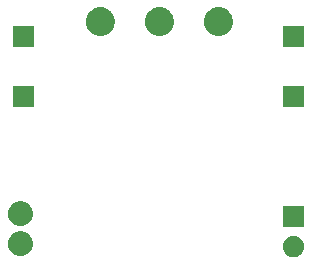
<source format=gbr>
G04 #@! TF.GenerationSoftware,KiCad,Pcbnew,6.0.0-unknown-3fefe01~100~ubuntu19.04.1*
G04 #@! TF.CreationDate,2019-08-17T22:35:10-04:00*
G04 #@! TF.ProjectId,1000WBlender,31303030-5742-46c6-956e-6465722e6b69,rev?*
G04 #@! TF.SameCoordinates,Original*
G04 #@! TF.FileFunction,Soldermask,Bot*
G04 #@! TF.FilePolarity,Negative*
%FSLAX46Y46*%
G04 Gerber Fmt 4.6, Leading zero omitted, Abs format (unit mm)*
G04 Created by KiCad (PCBNEW 6.0.0-unknown-3fefe01~100~ubuntu19.04.1) date 2019-08-17 22:35:10*
%MOMM*%
%LPD*%
G04 APERTURE LIST*
%ADD10C,0.100000*%
G04 APERTURE END LIST*
D10*
G36*
X161478360Y-145163835D02*
G01*
X161559397Y-145190166D01*
X161646663Y-145217848D01*
X161649655Y-145219493D01*
X161658488Y-145222363D01*
X161730466Y-145263919D01*
X161801499Y-145302970D01*
X161808986Y-145309253D01*
X161822511Y-145317061D01*
X161880259Y-145369057D01*
X161936857Y-145416549D01*
X161946962Y-145429118D01*
X161963261Y-145443793D01*
X162005454Y-145501867D01*
X162047579Y-145554260D01*
X162057994Y-145574182D01*
X162074586Y-145597019D01*
X162101297Y-145657012D01*
X162129439Y-145710843D01*
X162137582Y-145738510D01*
X162151621Y-145770042D01*
X162163992Y-145828241D01*
X162179328Y-145880349D01*
X162182518Y-145915401D01*
X162190999Y-145955301D01*
X162190999Y-146008592D01*
X162195343Y-146056324D01*
X162190999Y-146097653D01*
X162190999Y-146144699D01*
X162181217Y-146190721D01*
X162176873Y-146232047D01*
X162162702Y-146277827D01*
X162151621Y-146329958D01*
X162135028Y-146367226D01*
X162124622Y-146400843D01*
X162098789Y-146448620D01*
X162074586Y-146502981D01*
X162054298Y-146530905D01*
X162040580Y-146556276D01*
X162001859Y-146603082D01*
X161963261Y-146656207D01*
X161942284Y-146675095D01*
X161927952Y-146692419D01*
X161875845Y-146734917D01*
X161822511Y-146782939D01*
X161803524Y-146793901D01*
X161791025Y-146804095D01*
X161725780Y-146838786D01*
X161658488Y-146877637D01*
X161643636Y-146882463D01*
X161635003Y-146887053D01*
X161557430Y-146910473D01*
X161478360Y-146936165D01*
X161469114Y-146937137D01*
X161465851Y-146938122D01*
X161374710Y-146947059D01*
X161337211Y-146951000D01*
X161242789Y-146951000D01*
X161101640Y-146936165D01*
X161020603Y-146909834D01*
X160933337Y-146882152D01*
X160930345Y-146880507D01*
X160921512Y-146877637D01*
X160849534Y-146836081D01*
X160778501Y-146797030D01*
X160771014Y-146790747D01*
X160757489Y-146782939D01*
X160699741Y-146730943D01*
X160643143Y-146683451D01*
X160633038Y-146670882D01*
X160616739Y-146656207D01*
X160574546Y-146598133D01*
X160532421Y-146545740D01*
X160522006Y-146525818D01*
X160505414Y-146502981D01*
X160478703Y-146442988D01*
X160450561Y-146389157D01*
X160442418Y-146361490D01*
X160428379Y-146329958D01*
X160416008Y-146271759D01*
X160400672Y-146219651D01*
X160397482Y-146184599D01*
X160389001Y-146144699D01*
X160389001Y-146091408D01*
X160384657Y-146043676D01*
X160389001Y-146002347D01*
X160389001Y-145955301D01*
X160398783Y-145909279D01*
X160403127Y-145867953D01*
X160417298Y-145822173D01*
X160428379Y-145770042D01*
X160444972Y-145732774D01*
X160455378Y-145699157D01*
X160481211Y-145651380D01*
X160505414Y-145597019D01*
X160525702Y-145569095D01*
X160539420Y-145543724D01*
X160578141Y-145496918D01*
X160616739Y-145443793D01*
X160637716Y-145424905D01*
X160652048Y-145407581D01*
X160704155Y-145365083D01*
X160757489Y-145317061D01*
X160776476Y-145306099D01*
X160788975Y-145295905D01*
X160854220Y-145261214D01*
X160921512Y-145222363D01*
X160936364Y-145217537D01*
X160944997Y-145212947D01*
X161022570Y-145189527D01*
X161101640Y-145163835D01*
X161110886Y-145162863D01*
X161114149Y-145161878D01*
X161205290Y-145152941D01*
X161242789Y-145149000D01*
X161337211Y-145149000D01*
X161478360Y-145163835D01*
X161478360Y-145163835D01*
G37*
G36*
X138235591Y-144745345D02*
G01*
X138286391Y-144745700D01*
X138337051Y-144756099D01*
X138382828Y-144760951D01*
X138432287Y-144775648D01*
X138488293Y-144787145D01*
X138530069Y-144804706D01*
X138567981Y-144815972D01*
X138619722Y-144842392D01*
X138678300Y-144867016D01*
X138710564Y-144888779D01*
X138740015Y-144903817D01*
X138791254Y-144943205D01*
X138849174Y-144982273D01*
X138872070Y-145005330D01*
X138893158Y-145021540D01*
X138940764Y-145074504D01*
X138994407Y-145128523D01*
X139008831Y-145150233D01*
X139022284Y-145165200D01*
X139062922Y-145231646D01*
X139108468Y-145300198D01*
X139115950Y-145318350D01*
X139123065Y-145329984D01*
X139153378Y-145409158D01*
X139187011Y-145490758D01*
X139189572Y-145503693D01*
X139192132Y-145510379D01*
X139208931Y-145601461D01*
X139227045Y-145692944D01*
X139223757Y-145928363D01*
X139220234Y-145943869D01*
X139220069Y-145949973D01*
X139198745Y-146038453D01*
X139178094Y-146129352D01*
X139175358Y-146135497D01*
X139175199Y-146136157D01*
X139117914Y-146264518D01*
X139094261Y-146317645D01*
X139040257Y-146394200D01*
X138986932Y-146471643D01*
X138982520Y-146476048D01*
X138975451Y-146486068D01*
X138910969Y-146547474D01*
X138850227Y-146608109D01*
X138839742Y-146615302D01*
X138826191Y-146628206D01*
X138755960Y-146672776D01*
X138690942Y-146717378D01*
X138673400Y-146725170D01*
X138652165Y-146738646D01*
X138580347Y-146766503D01*
X138514410Y-146795791D01*
X138489446Y-146801761D01*
X138460002Y-146813182D01*
X138390304Y-146825471D01*
X138326543Y-146840720D01*
X138294438Y-146842375D01*
X138257022Y-146848972D01*
X138192608Y-146847623D01*
X138133641Y-146850662D01*
X138095342Y-146845586D01*
X138050955Y-146844656D01*
X137994223Y-146832183D01*
X137942152Y-146825281D01*
X137899267Y-146811306D01*
X137849652Y-146800397D01*
X137802265Y-146779694D01*
X137758498Y-146765431D01*
X137713176Y-146740772D01*
X137660779Y-146717880D01*
X137623565Y-146692016D01*
X137588825Y-146673114D01*
X137543703Y-146636510D01*
X137491530Y-146600249D01*
X137464502Y-146572260D01*
X137438814Y-146551422D01*
X137396877Y-146502233D01*
X137348353Y-146451985D01*
X137330751Y-146424672D01*
X137313495Y-146404432D01*
X137277942Y-146342728D01*
X137236701Y-146278734D01*
X137227105Y-146254498D01*
X137217060Y-146237064D01*
X137191127Y-146163628D01*
X137160826Y-146087096D01*
X137157282Y-146067785D01*
X137152739Y-146054921D01*
X137139546Y-145971152D01*
X137123619Y-145884371D01*
X137123803Y-145871188D01*
X137122689Y-145864114D01*
X137125196Y-145771460D01*
X137126497Y-145678279D01*
X137127895Y-145671703D01*
X137127913Y-145671026D01*
X137157406Y-145532863D01*
X137169350Y-145476672D01*
X137206226Y-145390635D01*
X137242315Y-145303722D01*
X137245718Y-145298492D01*
X137250546Y-145287227D01*
X137300828Y-145213791D01*
X137347658Y-145141818D01*
X137356423Y-145132598D01*
X137366992Y-145117162D01*
X137426409Y-145058977D01*
X137480745Y-145001818D01*
X137496286Y-144990547D01*
X137514253Y-144972953D01*
X137578701Y-144930780D01*
X137637118Y-144888415D01*
X137660301Y-144877382D01*
X137686720Y-144860094D01*
X137752316Y-144833591D01*
X137811532Y-144805410D01*
X137842596Y-144797116D01*
X137877823Y-144782883D01*
X137941128Y-144770807D01*
X137998159Y-144755579D01*
X138036663Y-144752582D01*
X138080284Y-144744261D01*
X138138370Y-144744667D01*
X138190735Y-144740591D01*
X138235591Y-144745345D01*
X138235591Y-144745345D01*
G37*
G36*
X162159899Y-142611959D02*
G01*
X162176769Y-142623231D01*
X162188041Y-142640101D01*
X162194448Y-142672312D01*
X162194448Y-144347688D01*
X162191999Y-144360000D01*
X162188041Y-144379899D01*
X162176769Y-144396769D01*
X162159899Y-144408041D01*
X162140000Y-144411999D01*
X162127688Y-144414448D01*
X160452312Y-144414448D01*
X160420101Y-144408041D01*
X160403231Y-144396769D01*
X160391959Y-144379899D01*
X160385552Y-144347688D01*
X160385552Y-142672312D01*
X160391959Y-142640101D01*
X160403231Y-142623231D01*
X160420101Y-142611959D01*
X160452312Y-142605552D01*
X162127688Y-142605552D01*
X162159899Y-142611959D01*
X162159899Y-142611959D01*
G37*
G36*
X138235591Y-142205345D02*
G01*
X138286391Y-142205700D01*
X138337051Y-142216099D01*
X138382828Y-142220951D01*
X138432287Y-142235648D01*
X138488293Y-142247145D01*
X138530069Y-142264706D01*
X138567981Y-142275972D01*
X138619722Y-142302392D01*
X138678300Y-142327016D01*
X138710564Y-142348779D01*
X138740015Y-142363817D01*
X138791254Y-142403205D01*
X138849174Y-142442273D01*
X138872070Y-142465330D01*
X138893158Y-142481540D01*
X138940764Y-142534504D01*
X138994407Y-142588523D01*
X139008831Y-142610233D01*
X139022284Y-142625200D01*
X139062922Y-142691646D01*
X139108468Y-142760198D01*
X139115950Y-142778350D01*
X139123065Y-142789984D01*
X139153378Y-142869158D01*
X139187011Y-142950758D01*
X139189572Y-142963693D01*
X139192132Y-142970379D01*
X139208931Y-143061461D01*
X139227045Y-143152944D01*
X139223757Y-143388363D01*
X139220234Y-143403869D01*
X139220069Y-143409973D01*
X139198745Y-143498453D01*
X139178094Y-143589352D01*
X139175358Y-143595497D01*
X139175199Y-143596157D01*
X139117914Y-143724518D01*
X139094261Y-143777645D01*
X139040257Y-143854200D01*
X138986932Y-143931643D01*
X138982520Y-143936048D01*
X138975451Y-143946068D01*
X138910969Y-144007474D01*
X138850227Y-144068109D01*
X138839742Y-144075302D01*
X138826191Y-144088206D01*
X138755960Y-144132776D01*
X138690942Y-144177378D01*
X138673400Y-144185170D01*
X138652165Y-144198646D01*
X138580347Y-144226503D01*
X138514410Y-144255791D01*
X138489446Y-144261761D01*
X138460002Y-144273182D01*
X138390304Y-144285471D01*
X138326543Y-144300720D01*
X138294438Y-144302375D01*
X138257022Y-144308972D01*
X138192608Y-144307623D01*
X138133641Y-144310662D01*
X138095342Y-144305586D01*
X138050955Y-144304656D01*
X137994223Y-144292183D01*
X137942152Y-144285281D01*
X137899267Y-144271306D01*
X137849652Y-144260397D01*
X137802265Y-144239694D01*
X137758498Y-144225431D01*
X137713176Y-144200772D01*
X137660779Y-144177880D01*
X137623565Y-144152016D01*
X137588825Y-144133114D01*
X137543703Y-144096510D01*
X137491530Y-144060249D01*
X137464502Y-144032260D01*
X137438814Y-144011422D01*
X137396877Y-143962233D01*
X137348353Y-143911985D01*
X137330751Y-143884672D01*
X137313495Y-143864432D01*
X137277942Y-143802728D01*
X137236701Y-143738734D01*
X137227105Y-143714498D01*
X137217060Y-143697064D01*
X137191127Y-143623628D01*
X137160826Y-143547096D01*
X137157282Y-143527785D01*
X137152739Y-143514921D01*
X137139546Y-143431152D01*
X137123619Y-143344371D01*
X137123803Y-143331188D01*
X137122689Y-143324114D01*
X137125196Y-143231460D01*
X137126497Y-143138279D01*
X137127895Y-143131703D01*
X137127913Y-143131026D01*
X137157406Y-142992863D01*
X137169350Y-142936672D01*
X137206226Y-142850635D01*
X137242315Y-142763722D01*
X137245718Y-142758492D01*
X137250546Y-142747227D01*
X137300828Y-142673791D01*
X137347658Y-142601818D01*
X137356423Y-142592598D01*
X137366992Y-142577162D01*
X137426409Y-142518977D01*
X137480745Y-142461818D01*
X137496286Y-142450547D01*
X137514253Y-142432953D01*
X137578701Y-142390780D01*
X137637118Y-142348415D01*
X137660301Y-142337382D01*
X137686720Y-142320094D01*
X137752316Y-142293591D01*
X137811532Y-142265410D01*
X137842596Y-142257116D01*
X137877823Y-142242883D01*
X137941128Y-142230807D01*
X137998159Y-142215579D01*
X138036663Y-142212582D01*
X138080284Y-142204261D01*
X138138370Y-142204667D01*
X138190735Y-142200591D01*
X138235591Y-142205345D01*
X138235591Y-142205345D01*
G37*
G36*
X139299899Y-132451959D02*
G01*
X139316769Y-132463231D01*
X139328041Y-132480101D01*
X139334448Y-132512312D01*
X139334448Y-134187688D01*
X139331999Y-134200000D01*
X139328041Y-134219899D01*
X139316769Y-134236769D01*
X139299899Y-134248041D01*
X139280000Y-134251999D01*
X139267688Y-134254448D01*
X137592312Y-134254448D01*
X137560101Y-134248041D01*
X137543231Y-134236769D01*
X137531959Y-134219899D01*
X137525552Y-134187688D01*
X137525552Y-132512312D01*
X137531959Y-132480101D01*
X137543231Y-132463231D01*
X137560101Y-132451959D01*
X137592312Y-132445552D01*
X139267688Y-132445552D01*
X139299899Y-132451959D01*
X139299899Y-132451959D01*
G37*
G36*
X162159899Y-132451959D02*
G01*
X162176769Y-132463231D01*
X162188041Y-132480101D01*
X162194448Y-132512312D01*
X162194448Y-134187688D01*
X162191999Y-134200000D01*
X162188041Y-134219899D01*
X162176769Y-134236769D01*
X162159899Y-134248041D01*
X162140000Y-134251999D01*
X162127688Y-134254448D01*
X160452312Y-134254448D01*
X160420101Y-134248041D01*
X160403231Y-134236769D01*
X160391959Y-134219899D01*
X160385552Y-134187688D01*
X160385552Y-132512312D01*
X160391959Y-132480101D01*
X160403231Y-132463231D01*
X160420101Y-132451959D01*
X160452312Y-132445552D01*
X162127688Y-132445552D01*
X162159899Y-132451959D01*
X162159899Y-132451959D01*
G37*
G36*
X139299899Y-127371959D02*
G01*
X139316769Y-127383231D01*
X139328041Y-127400101D01*
X139334448Y-127432312D01*
X139334448Y-129107688D01*
X139331999Y-129120000D01*
X139328041Y-129139899D01*
X139316769Y-129156769D01*
X139299899Y-129168041D01*
X139280000Y-129171999D01*
X139267688Y-129174448D01*
X137592312Y-129174448D01*
X137560101Y-129168041D01*
X137543231Y-129156769D01*
X137531959Y-129139899D01*
X137525552Y-129107688D01*
X137525552Y-127432312D01*
X137531959Y-127400101D01*
X137543231Y-127383231D01*
X137560101Y-127371959D01*
X137592312Y-127365552D01*
X139267688Y-127365552D01*
X139299899Y-127371959D01*
X139299899Y-127371959D01*
G37*
G36*
X162159899Y-127371959D02*
G01*
X162176769Y-127383231D01*
X162188041Y-127400101D01*
X162194448Y-127432312D01*
X162194448Y-129107688D01*
X162191999Y-129120000D01*
X162188041Y-129139899D01*
X162176769Y-129156769D01*
X162159899Y-129168041D01*
X162140000Y-129171999D01*
X162127688Y-129174448D01*
X160452312Y-129174448D01*
X160420101Y-129168041D01*
X160403231Y-129156769D01*
X160391959Y-129139899D01*
X160385552Y-129107688D01*
X160385552Y-127432312D01*
X160391959Y-127400101D01*
X160403231Y-127383231D01*
X160420101Y-127371959D01*
X160452312Y-127365552D01*
X162127688Y-127365552D01*
X162159899Y-127371959D01*
X162159899Y-127371959D01*
G37*
G36*
X155030222Y-125779000D02*
G01*
X155046824Y-125779000D01*
X155132354Y-125794082D01*
X155226189Y-125807938D01*
X155242977Y-125813588D01*
X155257224Y-125816100D01*
X155340421Y-125846381D01*
X155432762Y-125877457D01*
X155446397Y-125884953D01*
X155457989Y-125889172D01*
X155536041Y-125934236D01*
X155623759Y-125982459D01*
X155634172Y-125990892D01*
X155643010Y-125995994D01*
X155713079Y-126054789D01*
X155793144Y-126119624D01*
X155800492Y-126128137D01*
X155806675Y-126133325D01*
X155866065Y-126204103D01*
X155935562Y-126284616D01*
X155940191Y-126292444D01*
X155944006Y-126296990D01*
X155990291Y-126377158D01*
X156046511Y-126472221D01*
X156048928Y-126478720D01*
X156050828Y-126482011D01*
X156081866Y-126567287D01*
X156122485Y-126676509D01*
X156123332Y-126681214D01*
X156123900Y-126682776D01*
X156137982Y-126762637D01*
X156161082Y-126891021D01*
X156161000Y-126894152D01*
X156161000Y-127106824D01*
X156154460Y-127143915D01*
X156153705Y-127172736D01*
X156136271Y-127247064D01*
X156123900Y-127317224D01*
X156112413Y-127348786D01*
X156103934Y-127384934D01*
X156074495Y-127452964D01*
X156050828Y-127517989D01*
X156032976Y-127548910D01*
X156017373Y-127584966D01*
X155977576Y-127644865D01*
X155944006Y-127703010D01*
X155919695Y-127731983D01*
X155896757Y-127766507D01*
X155848507Y-127816822D01*
X155806675Y-127866675D01*
X155776082Y-127892346D01*
X155745899Y-127923820D01*
X155691277Y-127963505D01*
X155643010Y-128004006D01*
X155606596Y-128025030D01*
X155569568Y-128051932D01*
X155510756Y-128080363D01*
X155457989Y-128110828D01*
X155416496Y-128125930D01*
X155373337Y-128146794D01*
X155312515Y-128163776D01*
X155257224Y-128183900D01*
X155211667Y-128191933D01*
X155163409Y-128205407D01*
X155102722Y-128211143D01*
X155046824Y-128221000D01*
X154998448Y-128221000D01*
X154946419Y-128225918D01*
X154887851Y-128221000D01*
X154833176Y-128221000D01*
X154783466Y-128212235D01*
X154729226Y-128207680D01*
X154674546Y-128193029D01*
X154622776Y-128183900D01*
X154573380Y-128165921D01*
X154518696Y-128151269D01*
X154469438Y-128128090D01*
X154422011Y-128110828D01*
X154374668Y-128083494D01*
X154321482Y-128058467D01*
X154278880Y-128028191D01*
X154236990Y-128004006D01*
X154193507Y-127967520D01*
X154143819Y-127932208D01*
X154108767Y-127896415D01*
X154073325Y-127866675D01*
X154035500Y-127821597D01*
X153991322Y-127776484D01*
X153964377Y-127736835D01*
X153935994Y-127703010D01*
X153905530Y-127650245D01*
X153868812Y-127596216D01*
X153850196Y-127554403D01*
X153829172Y-127517989D01*
X153807622Y-127458781D01*
X153780161Y-127397102D01*
X153769759Y-127354751D01*
X153756100Y-127317224D01*
X153744798Y-127253131D01*
X153728171Y-127185436D01*
X153725569Y-127144077D01*
X153719000Y-127106824D01*
X153719000Y-127039671D01*
X153714485Y-126967909D01*
X153719000Y-126928886D01*
X153719000Y-126893176D01*
X153731017Y-126825027D01*
X153739536Y-126751396D01*
X153750268Y-126715850D01*
X153756100Y-126682776D01*
X153780465Y-126615833D01*
X153802533Y-126542741D01*
X153818408Y-126511584D01*
X153829172Y-126482011D01*
X153865817Y-126418541D01*
X153901484Y-126348540D01*
X153921318Y-126322409D01*
X153935994Y-126296990D01*
X153984395Y-126239308D01*
X154033260Y-126174930D01*
X154055826Y-126154180D01*
X154073325Y-126133325D01*
X154132537Y-126083640D01*
X154193698Y-126027400D01*
X154217760Y-126012130D01*
X154236990Y-125995994D01*
X154305651Y-125956353D01*
X154377725Y-125910613D01*
X154402111Y-125900661D01*
X154422011Y-125889172D01*
X154498351Y-125861387D01*
X154579526Y-125828260D01*
X154603181Y-125823232D01*
X154622776Y-125816100D01*
X154704674Y-125801659D01*
X154792720Y-125782944D01*
X154814732Y-125782252D01*
X154833176Y-125779000D01*
X154918224Y-125779000D01*
X155010570Y-125776098D01*
X155030222Y-125779000D01*
X155030222Y-125779000D01*
G37*
G36*
X150030222Y-125779000D02*
G01*
X150046824Y-125779000D01*
X150132354Y-125794082D01*
X150226189Y-125807938D01*
X150242977Y-125813588D01*
X150257224Y-125816100D01*
X150340421Y-125846381D01*
X150432762Y-125877457D01*
X150446397Y-125884953D01*
X150457989Y-125889172D01*
X150536041Y-125934236D01*
X150623759Y-125982459D01*
X150634172Y-125990892D01*
X150643010Y-125995994D01*
X150713079Y-126054789D01*
X150793144Y-126119624D01*
X150800492Y-126128137D01*
X150806675Y-126133325D01*
X150866065Y-126204103D01*
X150935562Y-126284616D01*
X150940191Y-126292444D01*
X150944006Y-126296990D01*
X150990291Y-126377158D01*
X151046511Y-126472221D01*
X151048928Y-126478720D01*
X151050828Y-126482011D01*
X151081866Y-126567287D01*
X151122485Y-126676509D01*
X151123332Y-126681214D01*
X151123900Y-126682776D01*
X151137982Y-126762637D01*
X151161082Y-126891021D01*
X151161000Y-126894152D01*
X151161000Y-127106824D01*
X151154460Y-127143915D01*
X151153705Y-127172736D01*
X151136271Y-127247064D01*
X151123900Y-127317224D01*
X151112413Y-127348786D01*
X151103934Y-127384934D01*
X151074495Y-127452964D01*
X151050828Y-127517989D01*
X151032976Y-127548910D01*
X151017373Y-127584966D01*
X150977576Y-127644865D01*
X150944006Y-127703010D01*
X150919695Y-127731983D01*
X150896757Y-127766507D01*
X150848507Y-127816822D01*
X150806675Y-127866675D01*
X150776082Y-127892346D01*
X150745899Y-127923820D01*
X150691277Y-127963505D01*
X150643010Y-128004006D01*
X150606596Y-128025030D01*
X150569568Y-128051932D01*
X150510756Y-128080363D01*
X150457989Y-128110828D01*
X150416496Y-128125930D01*
X150373337Y-128146794D01*
X150312515Y-128163776D01*
X150257224Y-128183900D01*
X150211667Y-128191933D01*
X150163409Y-128205407D01*
X150102722Y-128211143D01*
X150046824Y-128221000D01*
X149998448Y-128221000D01*
X149946419Y-128225918D01*
X149887851Y-128221000D01*
X149833176Y-128221000D01*
X149783466Y-128212235D01*
X149729226Y-128207680D01*
X149674546Y-128193029D01*
X149622776Y-128183900D01*
X149573380Y-128165921D01*
X149518696Y-128151269D01*
X149469438Y-128128090D01*
X149422011Y-128110828D01*
X149374668Y-128083494D01*
X149321482Y-128058467D01*
X149278880Y-128028191D01*
X149236990Y-128004006D01*
X149193507Y-127967520D01*
X149143819Y-127932208D01*
X149108767Y-127896415D01*
X149073325Y-127866675D01*
X149035500Y-127821597D01*
X148991322Y-127776484D01*
X148964377Y-127736835D01*
X148935994Y-127703010D01*
X148905530Y-127650245D01*
X148868812Y-127596216D01*
X148850196Y-127554403D01*
X148829172Y-127517989D01*
X148807622Y-127458781D01*
X148780161Y-127397102D01*
X148769759Y-127354751D01*
X148756100Y-127317224D01*
X148744798Y-127253131D01*
X148728171Y-127185436D01*
X148725569Y-127144077D01*
X148719000Y-127106824D01*
X148719000Y-127039671D01*
X148714485Y-126967909D01*
X148719000Y-126928886D01*
X148719000Y-126893176D01*
X148731017Y-126825027D01*
X148739536Y-126751396D01*
X148750268Y-126715850D01*
X148756100Y-126682776D01*
X148780465Y-126615833D01*
X148802533Y-126542741D01*
X148818408Y-126511584D01*
X148829172Y-126482011D01*
X148865817Y-126418541D01*
X148901484Y-126348540D01*
X148921318Y-126322409D01*
X148935994Y-126296990D01*
X148984395Y-126239308D01*
X149033260Y-126174930D01*
X149055826Y-126154180D01*
X149073325Y-126133325D01*
X149132537Y-126083640D01*
X149193698Y-126027400D01*
X149217760Y-126012130D01*
X149236990Y-125995994D01*
X149305651Y-125956353D01*
X149377725Y-125910613D01*
X149402111Y-125900661D01*
X149422011Y-125889172D01*
X149498351Y-125861387D01*
X149579526Y-125828260D01*
X149603181Y-125823232D01*
X149622776Y-125816100D01*
X149704674Y-125801659D01*
X149792720Y-125782944D01*
X149814732Y-125782252D01*
X149833176Y-125779000D01*
X149918224Y-125779000D01*
X150010570Y-125776098D01*
X150030222Y-125779000D01*
X150030222Y-125779000D01*
G37*
G36*
X145030222Y-125779000D02*
G01*
X145046824Y-125779000D01*
X145132354Y-125794082D01*
X145226189Y-125807938D01*
X145242977Y-125813588D01*
X145257224Y-125816100D01*
X145340421Y-125846381D01*
X145432762Y-125877457D01*
X145446397Y-125884953D01*
X145457989Y-125889172D01*
X145536041Y-125934236D01*
X145623759Y-125982459D01*
X145634172Y-125990892D01*
X145643010Y-125995994D01*
X145713079Y-126054789D01*
X145793144Y-126119624D01*
X145800492Y-126128137D01*
X145806675Y-126133325D01*
X145866065Y-126204103D01*
X145935562Y-126284616D01*
X145940191Y-126292444D01*
X145944006Y-126296990D01*
X145990291Y-126377158D01*
X146046511Y-126472221D01*
X146048928Y-126478720D01*
X146050828Y-126482011D01*
X146081866Y-126567287D01*
X146122485Y-126676509D01*
X146123332Y-126681214D01*
X146123900Y-126682776D01*
X146137982Y-126762637D01*
X146161082Y-126891021D01*
X146161000Y-126894152D01*
X146161000Y-127106824D01*
X146154460Y-127143915D01*
X146153705Y-127172736D01*
X146136271Y-127247064D01*
X146123900Y-127317224D01*
X146112413Y-127348786D01*
X146103934Y-127384934D01*
X146074495Y-127452964D01*
X146050828Y-127517989D01*
X146032976Y-127548910D01*
X146017373Y-127584966D01*
X145977576Y-127644865D01*
X145944006Y-127703010D01*
X145919695Y-127731983D01*
X145896757Y-127766507D01*
X145848507Y-127816822D01*
X145806675Y-127866675D01*
X145776082Y-127892346D01*
X145745899Y-127923820D01*
X145691277Y-127963505D01*
X145643010Y-128004006D01*
X145606596Y-128025030D01*
X145569568Y-128051932D01*
X145510756Y-128080363D01*
X145457989Y-128110828D01*
X145416496Y-128125930D01*
X145373337Y-128146794D01*
X145312515Y-128163776D01*
X145257224Y-128183900D01*
X145211667Y-128191933D01*
X145163409Y-128205407D01*
X145102722Y-128211143D01*
X145046824Y-128221000D01*
X144998448Y-128221000D01*
X144946419Y-128225918D01*
X144887851Y-128221000D01*
X144833176Y-128221000D01*
X144783466Y-128212235D01*
X144729226Y-128207680D01*
X144674546Y-128193029D01*
X144622776Y-128183900D01*
X144573380Y-128165921D01*
X144518696Y-128151269D01*
X144469438Y-128128090D01*
X144422011Y-128110828D01*
X144374668Y-128083494D01*
X144321482Y-128058467D01*
X144278880Y-128028191D01*
X144236990Y-128004006D01*
X144193507Y-127967520D01*
X144143819Y-127932208D01*
X144108767Y-127896415D01*
X144073325Y-127866675D01*
X144035500Y-127821597D01*
X143991322Y-127776484D01*
X143964377Y-127736835D01*
X143935994Y-127703010D01*
X143905530Y-127650245D01*
X143868812Y-127596216D01*
X143850196Y-127554403D01*
X143829172Y-127517989D01*
X143807622Y-127458781D01*
X143780161Y-127397102D01*
X143769759Y-127354751D01*
X143756100Y-127317224D01*
X143744798Y-127253131D01*
X143728171Y-127185436D01*
X143725569Y-127144077D01*
X143719000Y-127106824D01*
X143719000Y-127039671D01*
X143714485Y-126967909D01*
X143719000Y-126928886D01*
X143719000Y-126893176D01*
X143731017Y-126825027D01*
X143739536Y-126751396D01*
X143750268Y-126715850D01*
X143756100Y-126682776D01*
X143780465Y-126615833D01*
X143802533Y-126542741D01*
X143818408Y-126511584D01*
X143829172Y-126482011D01*
X143865817Y-126418541D01*
X143901484Y-126348540D01*
X143921318Y-126322409D01*
X143935994Y-126296990D01*
X143984395Y-126239308D01*
X144033260Y-126174930D01*
X144055826Y-126154180D01*
X144073325Y-126133325D01*
X144132537Y-126083640D01*
X144193698Y-126027400D01*
X144217760Y-126012130D01*
X144236990Y-125995994D01*
X144305651Y-125956353D01*
X144377725Y-125910613D01*
X144402111Y-125900661D01*
X144422011Y-125889172D01*
X144498351Y-125861387D01*
X144579526Y-125828260D01*
X144603181Y-125823232D01*
X144622776Y-125816100D01*
X144704674Y-125801659D01*
X144792720Y-125782944D01*
X144814732Y-125782252D01*
X144833176Y-125779000D01*
X144918224Y-125779000D01*
X145010570Y-125776098D01*
X145030222Y-125779000D01*
X145030222Y-125779000D01*
G37*
M02*

</source>
